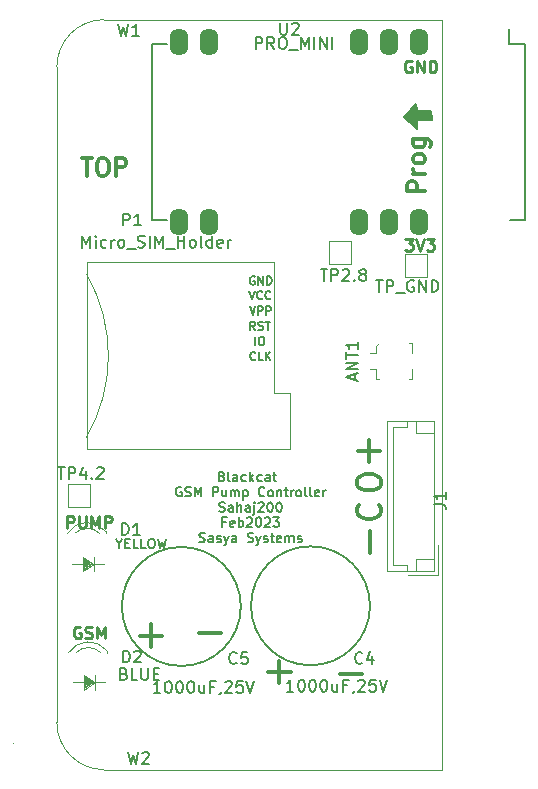
<source format=gbr>
G04 #@! TF.GenerationSoftware,KiCad,Pcbnew,(6.0.7)*
G04 #@! TF.CreationDate,2023-02-15T16:43:35+05:30*
G04 #@! TF.ProjectId,POWER CARD,504f5745-5220-4434-9152-442e6b696361,rev?*
G04 #@! TF.SameCoordinates,Original*
G04 #@! TF.FileFunction,Legend,Top*
G04 #@! TF.FilePolarity,Positive*
%FSLAX46Y46*%
G04 Gerber Fmt 4.6, Leading zero omitted, Abs format (unit mm)*
G04 Created by KiCad (PCBNEW (6.0.7)) date 2023-02-15 16:43:35*
%MOMM*%
%LPD*%
G01*
G04 APERTURE LIST*
%ADD10C,0.200000*%
G04 #@! TA.AperFunction,Profile*
%ADD11C,0.100000*%
G04 #@! TD*
%ADD12C,0.300000*%
%ADD13C,0.250000*%
%ADD14C,0.150000*%
%ADD15C,0.120000*%
%ADD16C,0.050000*%
%ADD17O,1.600000X2.300000*%
G04 APERTURE END LIST*
D10*
G36*
X116040100Y-72089098D02*
G01*
X117299723Y-72089098D01*
X117314037Y-72833420D01*
X116083042Y-72847734D01*
X116083042Y-73606370D01*
X115009501Y-72582926D01*
X114980873Y-72575770D01*
X115997159Y-71473601D01*
X116040100Y-72089098D01*
G37*
X116040100Y-72089098D02*
X117299723Y-72089098D01*
X117314037Y-72833420D01*
X116083042Y-72847734D01*
X116083042Y-73606370D01*
X115009501Y-72582926D01*
X114980873Y-72575770D01*
X115997159Y-71473601D01*
X116040100Y-72089098D01*
D11*
X85582966Y-123837734D02*
G75*
G03*
X89583042Y-127837734I4000034J34D01*
G01*
X85583042Y-68337734D02*
X85583042Y-123837734D01*
X118166574Y-127837734D02*
X118166574Y-64337734D01*
X89583042Y-127837734D02*
X118166574Y-127837734D01*
X118166574Y-64337734D02*
X89583042Y-64337734D01*
X89583042Y-64337732D02*
G75*
G03*
X85583042Y-68337734I-2J-3999998D01*
G01*
X81906894Y-125643083D02*
G75*
G03*
X81906894Y-125643083I-1J0D01*
G01*
D12*
X112827327Y-105398686D02*
X112922565Y-105493924D01*
X113017803Y-105779638D01*
X113017803Y-105970114D01*
X112922565Y-106255829D01*
X112732089Y-106446305D01*
X112541613Y-106541543D01*
X112160661Y-106636781D01*
X111874946Y-106636781D01*
X111493994Y-106541543D01*
X111303518Y-106446305D01*
X111113042Y-106255829D01*
X111017803Y-105970114D01*
X111017803Y-105779638D01*
X111113042Y-105493924D01*
X111208280Y-105398686D01*
D13*
X115621137Y-67847734D02*
X115525899Y-67800114D01*
X115383042Y-67800114D01*
X115240184Y-67847734D01*
X115144946Y-67942972D01*
X115097327Y-68038210D01*
X115049708Y-68228686D01*
X115049708Y-68371543D01*
X115097327Y-68562019D01*
X115144946Y-68657257D01*
X115240184Y-68752495D01*
X115383042Y-68800114D01*
X115478280Y-68800114D01*
X115621137Y-68752495D01*
X115668756Y-68704876D01*
X115668756Y-68371543D01*
X115478280Y-68371543D01*
X116097327Y-68800114D02*
X116097327Y-67800114D01*
X116668756Y-68800114D01*
X116668756Y-67800114D01*
X117144946Y-68800114D02*
X117144946Y-67800114D01*
X117383042Y-67800114D01*
X117525899Y-67847734D01*
X117621137Y-67942972D01*
X117668756Y-68038210D01*
X117716375Y-68228686D01*
X117716375Y-68371543D01*
X117668756Y-68562019D01*
X117621137Y-68657257D01*
X117525899Y-68752495D01*
X117383042Y-68800114D01*
X117144946Y-68800114D01*
D12*
X93569003Y-117441590D02*
X93569003Y-115536829D01*
X94521384Y-116489210D02*
X92616622Y-116489210D01*
X111452227Y-119775368D02*
X109547466Y-119775368D01*
D10*
X99563994Y-103004591D02*
X99678280Y-103042686D01*
X99716375Y-103080781D01*
X99754470Y-103156972D01*
X99754470Y-103271257D01*
X99716375Y-103347448D01*
X99678280Y-103385543D01*
X99602089Y-103423638D01*
X99297327Y-103423638D01*
X99297327Y-102623638D01*
X99563994Y-102623638D01*
X99640184Y-102661734D01*
X99678280Y-102699829D01*
X99716375Y-102776019D01*
X99716375Y-102852210D01*
X99678280Y-102928400D01*
X99640184Y-102966495D01*
X99563994Y-103004591D01*
X99297327Y-103004591D01*
X100211613Y-103423638D02*
X100135422Y-103385543D01*
X100097327Y-103309353D01*
X100097327Y-102623638D01*
X100859232Y-103423638D02*
X100859232Y-103004591D01*
X100821137Y-102928400D01*
X100744946Y-102890305D01*
X100592565Y-102890305D01*
X100516375Y-102928400D01*
X100859232Y-103385543D02*
X100783042Y-103423638D01*
X100592565Y-103423638D01*
X100516375Y-103385543D01*
X100478280Y-103309353D01*
X100478280Y-103233162D01*
X100516375Y-103156972D01*
X100592565Y-103118876D01*
X100783042Y-103118876D01*
X100859232Y-103080781D01*
X101583042Y-103385543D02*
X101506851Y-103423638D01*
X101354470Y-103423638D01*
X101278280Y-103385543D01*
X101240184Y-103347448D01*
X101202089Y-103271257D01*
X101202089Y-103042686D01*
X101240184Y-102966495D01*
X101278280Y-102928400D01*
X101354470Y-102890305D01*
X101506851Y-102890305D01*
X101583042Y-102928400D01*
X101925899Y-103423638D02*
X101925899Y-102623638D01*
X102002089Y-103118876D02*
X102230661Y-103423638D01*
X102230661Y-102890305D02*
X101925899Y-103195067D01*
X102916375Y-103385543D02*
X102840184Y-103423638D01*
X102687803Y-103423638D01*
X102611613Y-103385543D01*
X102573518Y-103347448D01*
X102535422Y-103271257D01*
X102535422Y-103042686D01*
X102573518Y-102966495D01*
X102611613Y-102928400D01*
X102687803Y-102890305D01*
X102840184Y-102890305D01*
X102916375Y-102928400D01*
X103602089Y-103423638D02*
X103602089Y-103004591D01*
X103563994Y-102928400D01*
X103487803Y-102890305D01*
X103335422Y-102890305D01*
X103259232Y-102928400D01*
X103602089Y-103385543D02*
X103525899Y-103423638D01*
X103335422Y-103423638D01*
X103259232Y-103385543D01*
X103221137Y-103309353D01*
X103221137Y-103233162D01*
X103259232Y-103156972D01*
X103335422Y-103118876D01*
X103525899Y-103118876D01*
X103602089Y-103080781D01*
X103868756Y-102890305D02*
X104173518Y-102890305D01*
X103983042Y-102623638D02*
X103983042Y-103309353D01*
X104021137Y-103385543D01*
X104097327Y-103423638D01*
X104173518Y-103423638D01*
X96116375Y-103949734D02*
X96040184Y-103911638D01*
X95925899Y-103911638D01*
X95811613Y-103949734D01*
X95735422Y-104025924D01*
X95697327Y-104102114D01*
X95659232Y-104254495D01*
X95659232Y-104368781D01*
X95697327Y-104521162D01*
X95735422Y-104597353D01*
X95811613Y-104673543D01*
X95925899Y-104711638D01*
X96002089Y-104711638D01*
X96116375Y-104673543D01*
X96154470Y-104635448D01*
X96154470Y-104368781D01*
X96002089Y-104368781D01*
X96459232Y-104673543D02*
X96573518Y-104711638D01*
X96763994Y-104711638D01*
X96840184Y-104673543D01*
X96878280Y-104635448D01*
X96916375Y-104559257D01*
X96916375Y-104483067D01*
X96878280Y-104406876D01*
X96840184Y-104368781D01*
X96763994Y-104330686D01*
X96611613Y-104292591D01*
X96535422Y-104254495D01*
X96497327Y-104216400D01*
X96459232Y-104140210D01*
X96459232Y-104064019D01*
X96497327Y-103987829D01*
X96535422Y-103949734D01*
X96611613Y-103911638D01*
X96802089Y-103911638D01*
X96916375Y-103949734D01*
X97259232Y-104711638D02*
X97259232Y-103911638D01*
X97525899Y-104483067D01*
X97792565Y-103911638D01*
X97792565Y-104711638D01*
X98783042Y-104711638D02*
X98783042Y-103911638D01*
X99087803Y-103911638D01*
X99163994Y-103949734D01*
X99202089Y-103987829D01*
X99240184Y-104064019D01*
X99240184Y-104178305D01*
X99202089Y-104254495D01*
X99163994Y-104292591D01*
X99087803Y-104330686D01*
X98783042Y-104330686D01*
X99925899Y-104178305D02*
X99925899Y-104711638D01*
X99583042Y-104178305D02*
X99583042Y-104597353D01*
X99621137Y-104673543D01*
X99697327Y-104711638D01*
X99811613Y-104711638D01*
X99887803Y-104673543D01*
X99925899Y-104635448D01*
X100306851Y-104711638D02*
X100306851Y-104178305D01*
X100306851Y-104254495D02*
X100344946Y-104216400D01*
X100421137Y-104178305D01*
X100535422Y-104178305D01*
X100611613Y-104216400D01*
X100649708Y-104292591D01*
X100649708Y-104711638D01*
X100649708Y-104292591D02*
X100687803Y-104216400D01*
X100763994Y-104178305D01*
X100878280Y-104178305D01*
X100954470Y-104216400D01*
X100992565Y-104292591D01*
X100992565Y-104711638D01*
X101373518Y-104178305D02*
X101373518Y-104978305D01*
X101373518Y-104216400D02*
X101449708Y-104178305D01*
X101602089Y-104178305D01*
X101678280Y-104216400D01*
X101716375Y-104254495D01*
X101754470Y-104330686D01*
X101754470Y-104559257D01*
X101716375Y-104635448D01*
X101678280Y-104673543D01*
X101602089Y-104711638D01*
X101449708Y-104711638D01*
X101373518Y-104673543D01*
X103163994Y-104635448D02*
X103125899Y-104673543D01*
X103011613Y-104711638D01*
X102935422Y-104711638D01*
X102821137Y-104673543D01*
X102744946Y-104597353D01*
X102706851Y-104521162D01*
X102668756Y-104368781D01*
X102668756Y-104254495D01*
X102706851Y-104102114D01*
X102744946Y-104025924D01*
X102821137Y-103949734D01*
X102935422Y-103911638D01*
X103011613Y-103911638D01*
X103125899Y-103949734D01*
X103163994Y-103987829D01*
X103621137Y-104711638D02*
X103544946Y-104673543D01*
X103506851Y-104635448D01*
X103468756Y-104559257D01*
X103468756Y-104330686D01*
X103506851Y-104254495D01*
X103544946Y-104216400D01*
X103621137Y-104178305D01*
X103735422Y-104178305D01*
X103811613Y-104216400D01*
X103849708Y-104254495D01*
X103887803Y-104330686D01*
X103887803Y-104559257D01*
X103849708Y-104635448D01*
X103811613Y-104673543D01*
X103735422Y-104711638D01*
X103621137Y-104711638D01*
X104230661Y-104178305D02*
X104230661Y-104711638D01*
X104230661Y-104254495D02*
X104268756Y-104216400D01*
X104344946Y-104178305D01*
X104459232Y-104178305D01*
X104535422Y-104216400D01*
X104573518Y-104292591D01*
X104573518Y-104711638D01*
X104840184Y-104178305D02*
X105144946Y-104178305D01*
X104954470Y-103911638D02*
X104954470Y-104597353D01*
X104992565Y-104673543D01*
X105068756Y-104711638D01*
X105144946Y-104711638D01*
X105411613Y-104711638D02*
X105411613Y-104178305D01*
X105411613Y-104330686D02*
X105449708Y-104254495D01*
X105487803Y-104216400D01*
X105563994Y-104178305D01*
X105640184Y-104178305D01*
X106021137Y-104711638D02*
X105944946Y-104673543D01*
X105906851Y-104635448D01*
X105868756Y-104559257D01*
X105868756Y-104330686D01*
X105906851Y-104254495D01*
X105944946Y-104216400D01*
X106021137Y-104178305D01*
X106135422Y-104178305D01*
X106211613Y-104216400D01*
X106249708Y-104254495D01*
X106287803Y-104330686D01*
X106287803Y-104559257D01*
X106249708Y-104635448D01*
X106211613Y-104673543D01*
X106135422Y-104711638D01*
X106021137Y-104711638D01*
X106744946Y-104711638D02*
X106668756Y-104673543D01*
X106630661Y-104597353D01*
X106630661Y-103911638D01*
X107163994Y-104711638D02*
X107087803Y-104673543D01*
X107049708Y-104597353D01*
X107049708Y-103911638D01*
X107773518Y-104673543D02*
X107697327Y-104711638D01*
X107544946Y-104711638D01*
X107468756Y-104673543D01*
X107430661Y-104597353D01*
X107430661Y-104292591D01*
X107468756Y-104216400D01*
X107544946Y-104178305D01*
X107697327Y-104178305D01*
X107773518Y-104216400D01*
X107811613Y-104292591D01*
X107811613Y-104368781D01*
X107430661Y-104444972D01*
X108154470Y-104711638D02*
X108154470Y-104178305D01*
X108154470Y-104330686D02*
X108192565Y-104254495D01*
X108230661Y-104216400D01*
X108306851Y-104178305D01*
X108383042Y-104178305D01*
X99335422Y-105961543D02*
X99449708Y-105999638D01*
X99640184Y-105999638D01*
X99716375Y-105961543D01*
X99754470Y-105923448D01*
X99792565Y-105847257D01*
X99792565Y-105771067D01*
X99754470Y-105694876D01*
X99716375Y-105656781D01*
X99640184Y-105618686D01*
X99487803Y-105580591D01*
X99411613Y-105542495D01*
X99373518Y-105504400D01*
X99335422Y-105428210D01*
X99335422Y-105352019D01*
X99373518Y-105275829D01*
X99411613Y-105237734D01*
X99487803Y-105199638D01*
X99678280Y-105199638D01*
X99792565Y-105237734D01*
X100478280Y-105999638D02*
X100478280Y-105580591D01*
X100440184Y-105504400D01*
X100363994Y-105466305D01*
X100211613Y-105466305D01*
X100135422Y-105504400D01*
X100478280Y-105961543D02*
X100402089Y-105999638D01*
X100211613Y-105999638D01*
X100135422Y-105961543D01*
X100097327Y-105885353D01*
X100097327Y-105809162D01*
X100135422Y-105732972D01*
X100211613Y-105694876D01*
X100402089Y-105694876D01*
X100478280Y-105656781D01*
X100859232Y-105999638D02*
X100859232Y-105199638D01*
X101202089Y-105999638D02*
X101202089Y-105580591D01*
X101163994Y-105504400D01*
X101087803Y-105466305D01*
X100973518Y-105466305D01*
X100897327Y-105504400D01*
X100859232Y-105542495D01*
X101925899Y-105999638D02*
X101925899Y-105580591D01*
X101887803Y-105504400D01*
X101811613Y-105466305D01*
X101659232Y-105466305D01*
X101583042Y-105504400D01*
X101925899Y-105961543D02*
X101849708Y-105999638D01*
X101659232Y-105999638D01*
X101583042Y-105961543D01*
X101544946Y-105885353D01*
X101544946Y-105809162D01*
X101583042Y-105732972D01*
X101659232Y-105694876D01*
X101849708Y-105694876D01*
X101925899Y-105656781D01*
X102306851Y-105466305D02*
X102306851Y-106152019D01*
X102268756Y-106228210D01*
X102192565Y-106266305D01*
X102154470Y-106266305D01*
X102306851Y-105199638D02*
X102268756Y-105237734D01*
X102306851Y-105275829D01*
X102344946Y-105237734D01*
X102306851Y-105199638D01*
X102306851Y-105275829D01*
X102649708Y-105275829D02*
X102687803Y-105237734D01*
X102763994Y-105199638D01*
X102954470Y-105199638D01*
X103030661Y-105237734D01*
X103068756Y-105275829D01*
X103106851Y-105352019D01*
X103106851Y-105428210D01*
X103068756Y-105542495D01*
X102611613Y-105999638D01*
X103106851Y-105999638D01*
X103602089Y-105199638D02*
X103678280Y-105199638D01*
X103754470Y-105237734D01*
X103792565Y-105275829D01*
X103830661Y-105352019D01*
X103868756Y-105504400D01*
X103868756Y-105694876D01*
X103830661Y-105847257D01*
X103792565Y-105923448D01*
X103754470Y-105961543D01*
X103678280Y-105999638D01*
X103602089Y-105999638D01*
X103525899Y-105961543D01*
X103487803Y-105923448D01*
X103449708Y-105847257D01*
X103411613Y-105694876D01*
X103411613Y-105504400D01*
X103449708Y-105352019D01*
X103487803Y-105275829D01*
X103525899Y-105237734D01*
X103602089Y-105199638D01*
X104363994Y-105199638D02*
X104440184Y-105199638D01*
X104516375Y-105237734D01*
X104554470Y-105275829D01*
X104592565Y-105352019D01*
X104630661Y-105504400D01*
X104630661Y-105694876D01*
X104592565Y-105847257D01*
X104554470Y-105923448D01*
X104516375Y-105961543D01*
X104440184Y-105999638D01*
X104363994Y-105999638D01*
X104287803Y-105961543D01*
X104249708Y-105923448D01*
X104211613Y-105847257D01*
X104173518Y-105694876D01*
X104173518Y-105504400D01*
X104211613Y-105352019D01*
X104249708Y-105275829D01*
X104287803Y-105237734D01*
X104363994Y-105199638D01*
X99868756Y-106868591D02*
X99602089Y-106868591D01*
X99602089Y-107287638D02*
X99602089Y-106487638D01*
X99983042Y-106487638D01*
X100592565Y-107249543D02*
X100516375Y-107287638D01*
X100363994Y-107287638D01*
X100287803Y-107249543D01*
X100249708Y-107173353D01*
X100249708Y-106868591D01*
X100287803Y-106792400D01*
X100363994Y-106754305D01*
X100516375Y-106754305D01*
X100592565Y-106792400D01*
X100630661Y-106868591D01*
X100630661Y-106944781D01*
X100249708Y-107020972D01*
X100973518Y-107287638D02*
X100973518Y-106487638D01*
X100973518Y-106792400D02*
X101049708Y-106754305D01*
X101202089Y-106754305D01*
X101278280Y-106792400D01*
X101316375Y-106830495D01*
X101354470Y-106906686D01*
X101354470Y-107135257D01*
X101316375Y-107211448D01*
X101278280Y-107249543D01*
X101202089Y-107287638D01*
X101049708Y-107287638D01*
X100973518Y-107249543D01*
X101659232Y-106563829D02*
X101697327Y-106525734D01*
X101773518Y-106487638D01*
X101963994Y-106487638D01*
X102040184Y-106525734D01*
X102078280Y-106563829D01*
X102116375Y-106640019D01*
X102116375Y-106716210D01*
X102078280Y-106830495D01*
X101621137Y-107287638D01*
X102116375Y-107287638D01*
X102611613Y-106487638D02*
X102687803Y-106487638D01*
X102763994Y-106525734D01*
X102802089Y-106563829D01*
X102840184Y-106640019D01*
X102878280Y-106792400D01*
X102878280Y-106982876D01*
X102840184Y-107135257D01*
X102802089Y-107211448D01*
X102763994Y-107249543D01*
X102687803Y-107287638D01*
X102611613Y-107287638D01*
X102535422Y-107249543D01*
X102497327Y-107211448D01*
X102459232Y-107135257D01*
X102421137Y-106982876D01*
X102421137Y-106792400D01*
X102459232Y-106640019D01*
X102497327Y-106563829D01*
X102535422Y-106525734D01*
X102611613Y-106487638D01*
X103183042Y-106563829D02*
X103221137Y-106525734D01*
X103297327Y-106487638D01*
X103487803Y-106487638D01*
X103563994Y-106525734D01*
X103602089Y-106563829D01*
X103640184Y-106640019D01*
X103640184Y-106716210D01*
X103602089Y-106830495D01*
X103144946Y-107287638D01*
X103640184Y-107287638D01*
X103906851Y-106487638D02*
X104402089Y-106487638D01*
X104135422Y-106792400D01*
X104249708Y-106792400D01*
X104325899Y-106830495D01*
X104363994Y-106868591D01*
X104402089Y-106944781D01*
X104402089Y-107135257D01*
X104363994Y-107211448D01*
X104325899Y-107249543D01*
X104249708Y-107287638D01*
X104021137Y-107287638D01*
X103944946Y-107249543D01*
X103906851Y-107211448D01*
X97659232Y-108537543D02*
X97773518Y-108575638D01*
X97963994Y-108575638D01*
X98040184Y-108537543D01*
X98078280Y-108499448D01*
X98116375Y-108423257D01*
X98116375Y-108347067D01*
X98078280Y-108270876D01*
X98040184Y-108232781D01*
X97963994Y-108194686D01*
X97811613Y-108156591D01*
X97735422Y-108118495D01*
X97697327Y-108080400D01*
X97659232Y-108004210D01*
X97659232Y-107928019D01*
X97697327Y-107851829D01*
X97735422Y-107813734D01*
X97811613Y-107775638D01*
X98002089Y-107775638D01*
X98116375Y-107813734D01*
X98802089Y-108575638D02*
X98802089Y-108156591D01*
X98763994Y-108080400D01*
X98687803Y-108042305D01*
X98535422Y-108042305D01*
X98459232Y-108080400D01*
X98802089Y-108537543D02*
X98725899Y-108575638D01*
X98535422Y-108575638D01*
X98459232Y-108537543D01*
X98421137Y-108461353D01*
X98421137Y-108385162D01*
X98459232Y-108308972D01*
X98535422Y-108270876D01*
X98725899Y-108270876D01*
X98802089Y-108232781D01*
X99144946Y-108537543D02*
X99221137Y-108575638D01*
X99373518Y-108575638D01*
X99449708Y-108537543D01*
X99487803Y-108461353D01*
X99487803Y-108423257D01*
X99449708Y-108347067D01*
X99373518Y-108308972D01*
X99259232Y-108308972D01*
X99183042Y-108270876D01*
X99144946Y-108194686D01*
X99144946Y-108156591D01*
X99183042Y-108080400D01*
X99259232Y-108042305D01*
X99373518Y-108042305D01*
X99449708Y-108080400D01*
X99754470Y-108042305D02*
X99944946Y-108575638D01*
X100135422Y-108042305D02*
X99944946Y-108575638D01*
X99868756Y-108766114D01*
X99830661Y-108804210D01*
X99754470Y-108842305D01*
X100783042Y-108575638D02*
X100783042Y-108156591D01*
X100744946Y-108080400D01*
X100668756Y-108042305D01*
X100516375Y-108042305D01*
X100440184Y-108080400D01*
X100783042Y-108537543D02*
X100706851Y-108575638D01*
X100516375Y-108575638D01*
X100440184Y-108537543D01*
X100402089Y-108461353D01*
X100402089Y-108385162D01*
X100440184Y-108308972D01*
X100516375Y-108270876D01*
X100706851Y-108270876D01*
X100783042Y-108232781D01*
X101735422Y-108537543D02*
X101849708Y-108575638D01*
X102040184Y-108575638D01*
X102116375Y-108537543D01*
X102154470Y-108499448D01*
X102192565Y-108423257D01*
X102192565Y-108347067D01*
X102154470Y-108270876D01*
X102116375Y-108232781D01*
X102040184Y-108194686D01*
X101887803Y-108156591D01*
X101811613Y-108118495D01*
X101773518Y-108080400D01*
X101735422Y-108004210D01*
X101735422Y-107928019D01*
X101773518Y-107851829D01*
X101811613Y-107813734D01*
X101887803Y-107775638D01*
X102078280Y-107775638D01*
X102192565Y-107813734D01*
X102459232Y-108042305D02*
X102649708Y-108575638D01*
X102840184Y-108042305D02*
X102649708Y-108575638D01*
X102573518Y-108766114D01*
X102535422Y-108804210D01*
X102459232Y-108842305D01*
X103106851Y-108537543D02*
X103183042Y-108575638D01*
X103335422Y-108575638D01*
X103411613Y-108537543D01*
X103449708Y-108461353D01*
X103449708Y-108423257D01*
X103411613Y-108347067D01*
X103335422Y-108308972D01*
X103221137Y-108308972D01*
X103144946Y-108270876D01*
X103106851Y-108194686D01*
X103106851Y-108156591D01*
X103144946Y-108080400D01*
X103221137Y-108042305D01*
X103335422Y-108042305D01*
X103411613Y-108080400D01*
X103678280Y-108042305D02*
X103983042Y-108042305D01*
X103792565Y-107775638D02*
X103792565Y-108461353D01*
X103830661Y-108537543D01*
X103906851Y-108575638D01*
X103983042Y-108575638D01*
X104554470Y-108537543D02*
X104478280Y-108575638D01*
X104325899Y-108575638D01*
X104249708Y-108537543D01*
X104211613Y-108461353D01*
X104211613Y-108156591D01*
X104249708Y-108080400D01*
X104325899Y-108042305D01*
X104478280Y-108042305D01*
X104554470Y-108080400D01*
X104592565Y-108156591D01*
X104592565Y-108232781D01*
X104211613Y-108308972D01*
X104935422Y-108575638D02*
X104935422Y-108042305D01*
X104935422Y-108118495D02*
X104973518Y-108080400D01*
X105049708Y-108042305D01*
X105163994Y-108042305D01*
X105240184Y-108080400D01*
X105278280Y-108156591D01*
X105278280Y-108575638D01*
X105278280Y-108156591D02*
X105316375Y-108080400D01*
X105392565Y-108042305D01*
X105506851Y-108042305D01*
X105583042Y-108080400D01*
X105621137Y-108156591D01*
X105621137Y-108575638D01*
X105963994Y-108537543D02*
X106040184Y-108575638D01*
X106192565Y-108575638D01*
X106268756Y-108537543D01*
X106306851Y-108461353D01*
X106306851Y-108423257D01*
X106268756Y-108347067D01*
X106192565Y-108308972D01*
X106078280Y-108308972D01*
X106002089Y-108270876D01*
X105963994Y-108194686D01*
X105963994Y-108156591D01*
X106002089Y-108080400D01*
X106078280Y-108042305D01*
X106192565Y-108042305D01*
X106268756Y-108080400D01*
D12*
X104428606Y-120507396D02*
X104428606Y-118602635D01*
X105380987Y-119555016D02*
X103476225Y-119555016D01*
X111017803Y-103698210D02*
X111017803Y-103317257D01*
X111113042Y-103126781D01*
X111303518Y-102936305D01*
X111684470Y-102841067D01*
X112351137Y-102841067D01*
X112732089Y-102936305D01*
X112922565Y-103126781D01*
X113017803Y-103317257D01*
X113017803Y-103698210D01*
X112922565Y-103888686D01*
X112732089Y-104079162D01*
X112351137Y-104174400D01*
X111684470Y-104174400D01*
X111303518Y-104079162D01*
X111113042Y-103888686D01*
X111017803Y-103698210D01*
X112071613Y-109520114D02*
X112071613Y-107615353D01*
D13*
X86455765Y-107374106D02*
X86455765Y-106374106D01*
X86836717Y-106374106D01*
X86931955Y-106421726D01*
X86979574Y-106469345D01*
X87027193Y-106564583D01*
X87027193Y-106707440D01*
X86979574Y-106802678D01*
X86931955Y-106850297D01*
X86836717Y-106897916D01*
X86455765Y-106897916D01*
X87455765Y-106374106D02*
X87455765Y-107183630D01*
X87503384Y-107278868D01*
X87551003Y-107326487D01*
X87646241Y-107374106D01*
X87836717Y-107374106D01*
X87931955Y-107326487D01*
X87979574Y-107278868D01*
X88027193Y-107183630D01*
X88027193Y-106374106D01*
X88503384Y-107374106D02*
X88503384Y-106374106D01*
X88836717Y-107088392D01*
X89170050Y-106374106D01*
X89170050Y-107374106D01*
X89646241Y-107374106D02*
X89646241Y-106374106D01*
X90027193Y-106374106D01*
X90122431Y-106421726D01*
X90170050Y-106469345D01*
X90217669Y-106564583D01*
X90217669Y-106707440D01*
X90170050Y-106802678D01*
X90122431Y-106850297D01*
X90027193Y-106897916D01*
X89646241Y-106897916D01*
D12*
X116761613Y-78872019D02*
X115261613Y-78872019D01*
X115261613Y-78300591D01*
X115333042Y-78157734D01*
X115404470Y-78086305D01*
X115547327Y-78014876D01*
X115761613Y-78014876D01*
X115904470Y-78086305D01*
X115975899Y-78157734D01*
X116047327Y-78300591D01*
X116047327Y-78872019D01*
X116761613Y-77372019D02*
X115761613Y-77372019D01*
X116047327Y-77372019D02*
X115904470Y-77300591D01*
X115833042Y-77229162D01*
X115761613Y-77086305D01*
X115761613Y-76943448D01*
X116761613Y-76229162D02*
X116690184Y-76372019D01*
X116618756Y-76443448D01*
X116475899Y-76514876D01*
X116047327Y-76514876D01*
X115904470Y-76443448D01*
X115833042Y-76372019D01*
X115761613Y-76229162D01*
X115761613Y-76014876D01*
X115833042Y-75872019D01*
X115904470Y-75800591D01*
X116047327Y-75729162D01*
X116475899Y-75729162D01*
X116618756Y-75800591D01*
X116690184Y-75872019D01*
X116761613Y-76014876D01*
X116761613Y-76229162D01*
X115761613Y-74443448D02*
X116975899Y-74443448D01*
X117118756Y-74514876D01*
X117190184Y-74586305D01*
X117261613Y-74729162D01*
X117261613Y-74943448D01*
X117190184Y-75086305D01*
X116690184Y-74443448D02*
X116761613Y-74586305D01*
X116761613Y-74872019D01*
X116690184Y-75014876D01*
X116618756Y-75086305D01*
X116475899Y-75157734D01*
X116047327Y-75157734D01*
X115904470Y-75086305D01*
X115833042Y-75014876D01*
X115761613Y-74872019D01*
X115761613Y-74586305D01*
X115833042Y-74443448D01*
X111991613Y-101820114D02*
X111991613Y-99915353D01*
X112943994Y-100867734D02*
X111039232Y-100867734D01*
D13*
X115084946Y-82900114D02*
X115703994Y-82900114D01*
X115370661Y-83281067D01*
X115513518Y-83281067D01*
X115608756Y-83328686D01*
X115656375Y-83376305D01*
X115703994Y-83471543D01*
X115703994Y-83709638D01*
X115656375Y-83804876D01*
X115608756Y-83852495D01*
X115513518Y-83900114D01*
X115227803Y-83900114D01*
X115132565Y-83852495D01*
X115084946Y-83804876D01*
X115989708Y-82900114D02*
X116323042Y-83900114D01*
X116656375Y-82900114D01*
X116894470Y-82900114D02*
X117513518Y-82900114D01*
X117180184Y-83281067D01*
X117323042Y-83281067D01*
X117418280Y-83328686D01*
X117465899Y-83376305D01*
X117513518Y-83471543D01*
X117513518Y-83709638D01*
X117465899Y-83804876D01*
X117418280Y-83852495D01*
X117323042Y-83900114D01*
X117037327Y-83900114D01*
X116942089Y-83852495D01*
X116894470Y-83804876D01*
D12*
X99514052Y-116310638D02*
X97609291Y-116310638D01*
D13*
X87567327Y-115767734D02*
X87472089Y-115720114D01*
X87329232Y-115720114D01*
X87186375Y-115767734D01*
X87091137Y-115862972D01*
X87043518Y-115958210D01*
X86995899Y-116148686D01*
X86995899Y-116291543D01*
X87043518Y-116482019D01*
X87091137Y-116577257D01*
X87186375Y-116672495D01*
X87329232Y-116720114D01*
X87424470Y-116720114D01*
X87567327Y-116672495D01*
X87614946Y-116624876D01*
X87614946Y-116291543D01*
X87424470Y-116291543D01*
X87995899Y-116672495D02*
X88138756Y-116720114D01*
X88376851Y-116720114D01*
X88472089Y-116672495D01*
X88519708Y-116624876D01*
X88567327Y-116529638D01*
X88567327Y-116434400D01*
X88519708Y-116339162D01*
X88472089Y-116291543D01*
X88376851Y-116243924D01*
X88186375Y-116196305D01*
X88091137Y-116148686D01*
X88043518Y-116101067D01*
X87995899Y-116005829D01*
X87995899Y-115910591D01*
X88043518Y-115815353D01*
X88091137Y-115767734D01*
X88186375Y-115720114D01*
X88424470Y-115720114D01*
X88567327Y-115767734D01*
X88995899Y-116720114D02*
X88995899Y-115720114D01*
X89329232Y-116434400D01*
X89662565Y-115720114D01*
X89662565Y-116720114D01*
D12*
X87678756Y-76056305D02*
X88535899Y-76056305D01*
X88107327Y-77556305D02*
X88107327Y-76056305D01*
X89321613Y-76056305D02*
X89607327Y-76056305D01*
X89750184Y-76127734D01*
X89893042Y-76270591D01*
X89964470Y-76556305D01*
X89964470Y-77056305D01*
X89893042Y-77342019D01*
X89750184Y-77484876D01*
X89607327Y-77556305D01*
X89321613Y-77556305D01*
X89178756Y-77484876D01*
X89035899Y-77342019D01*
X88964470Y-77056305D01*
X88964470Y-76556305D01*
X89035899Y-76270591D01*
X89178756Y-76127734D01*
X89321613Y-76056305D01*
X90607327Y-77556305D02*
X90607327Y-76056305D01*
X91178756Y-76056305D01*
X91321613Y-76127734D01*
X91393042Y-76199162D01*
X91464470Y-76342019D01*
X91464470Y-76556305D01*
X91393042Y-76699162D01*
X91321613Y-76770591D01*
X91178756Y-76842019D01*
X90607327Y-76842019D01*
D14*
X100798112Y-118790164D02*
X100750493Y-118837783D01*
X100607636Y-118885402D01*
X100512398Y-118885402D01*
X100369540Y-118837783D01*
X100274302Y-118742545D01*
X100226683Y-118647307D01*
X100179064Y-118456831D01*
X100179064Y-118313974D01*
X100226683Y-118123498D01*
X100274302Y-118028260D01*
X100369540Y-117933022D01*
X100512398Y-117885402D01*
X100607636Y-117885402D01*
X100750493Y-117933022D01*
X100798112Y-117980641D01*
X101702874Y-117885402D02*
X101226683Y-117885402D01*
X101179064Y-118361593D01*
X101226683Y-118313974D01*
X101321921Y-118266355D01*
X101560017Y-118266355D01*
X101655255Y-118313974D01*
X101702874Y-118361593D01*
X101750493Y-118456831D01*
X101750493Y-118694926D01*
X101702874Y-118790164D01*
X101655255Y-118837783D01*
X101560017Y-118885402D01*
X101321921Y-118885402D01*
X101226683Y-118837783D01*
X101179064Y-118790164D01*
X94350184Y-121330114D02*
X93778756Y-121330114D01*
X94064470Y-121330114D02*
X94064470Y-120330114D01*
X93969232Y-120472972D01*
X93873994Y-120568210D01*
X93778756Y-120615829D01*
X94969232Y-120330114D02*
X95064470Y-120330114D01*
X95159708Y-120377734D01*
X95207327Y-120425353D01*
X95254946Y-120520591D01*
X95302565Y-120711067D01*
X95302565Y-120949162D01*
X95254946Y-121139638D01*
X95207327Y-121234876D01*
X95159708Y-121282495D01*
X95064470Y-121330114D01*
X94969232Y-121330114D01*
X94873994Y-121282495D01*
X94826375Y-121234876D01*
X94778756Y-121139638D01*
X94731137Y-120949162D01*
X94731137Y-120711067D01*
X94778756Y-120520591D01*
X94826375Y-120425353D01*
X94873994Y-120377734D01*
X94969232Y-120330114D01*
X95921613Y-120330114D02*
X96016851Y-120330114D01*
X96112089Y-120377734D01*
X96159708Y-120425353D01*
X96207327Y-120520591D01*
X96254946Y-120711067D01*
X96254946Y-120949162D01*
X96207327Y-121139638D01*
X96159708Y-121234876D01*
X96112089Y-121282495D01*
X96016851Y-121330114D01*
X95921613Y-121330114D01*
X95826375Y-121282495D01*
X95778756Y-121234876D01*
X95731137Y-121139638D01*
X95683518Y-120949162D01*
X95683518Y-120711067D01*
X95731137Y-120520591D01*
X95778756Y-120425353D01*
X95826375Y-120377734D01*
X95921613Y-120330114D01*
X96873994Y-120330114D02*
X96969232Y-120330114D01*
X97064470Y-120377734D01*
X97112089Y-120425353D01*
X97159708Y-120520591D01*
X97207327Y-120711067D01*
X97207327Y-120949162D01*
X97159708Y-121139638D01*
X97112089Y-121234876D01*
X97064470Y-121282495D01*
X96969232Y-121330114D01*
X96873994Y-121330114D01*
X96778756Y-121282495D01*
X96731137Y-121234876D01*
X96683518Y-121139638D01*
X96635899Y-120949162D01*
X96635899Y-120711067D01*
X96683518Y-120520591D01*
X96731137Y-120425353D01*
X96778756Y-120377734D01*
X96873994Y-120330114D01*
X98064470Y-120663448D02*
X98064470Y-121330114D01*
X97635899Y-120663448D02*
X97635899Y-121187257D01*
X97683518Y-121282495D01*
X97778756Y-121330114D01*
X97921613Y-121330114D01*
X98016851Y-121282495D01*
X98064470Y-121234876D01*
X98873994Y-120806305D02*
X98540661Y-120806305D01*
X98540661Y-121330114D02*
X98540661Y-120330114D01*
X99016851Y-120330114D01*
X99445422Y-121282495D02*
X99445422Y-121330114D01*
X99397803Y-121425353D01*
X99350184Y-121472972D01*
X99826375Y-120425353D02*
X99873994Y-120377734D01*
X99969232Y-120330114D01*
X100207327Y-120330114D01*
X100302565Y-120377734D01*
X100350184Y-120425353D01*
X100397803Y-120520591D01*
X100397803Y-120615829D01*
X100350184Y-120758686D01*
X99778756Y-121330114D01*
X100397803Y-121330114D01*
X101302565Y-120330114D02*
X100826375Y-120330114D01*
X100778756Y-120806305D01*
X100826375Y-120758686D01*
X100921613Y-120711067D01*
X101159708Y-120711067D01*
X101254946Y-120758686D01*
X101302565Y-120806305D01*
X101350184Y-120901543D01*
X101350184Y-121139638D01*
X101302565Y-121234876D01*
X101254946Y-121282495D01*
X101159708Y-121330114D01*
X100921613Y-121330114D01*
X100826375Y-121282495D01*
X100778756Y-121234876D01*
X101635899Y-120330114D02*
X101969232Y-121330114D01*
X102302565Y-120330114D01*
X91204946Y-81760114D02*
X91204946Y-80760114D01*
X91585899Y-80760114D01*
X91681137Y-80807734D01*
X91728756Y-80855353D01*
X91776375Y-80950591D01*
X91776375Y-81093448D01*
X91728756Y-81188686D01*
X91681137Y-81236305D01*
X91585899Y-81283924D01*
X91204946Y-81283924D01*
X92728756Y-81760114D02*
X92157327Y-81760114D01*
X92443042Y-81760114D02*
X92443042Y-80760114D01*
X92347803Y-80902972D01*
X92252565Y-80998210D01*
X92157327Y-81045829D01*
X87724946Y-83640114D02*
X87724946Y-82640114D01*
X88058280Y-83354400D01*
X88391613Y-82640114D01*
X88391613Y-83640114D01*
X88867803Y-83640114D02*
X88867803Y-82973448D01*
X88867803Y-82640114D02*
X88820184Y-82687734D01*
X88867803Y-82735353D01*
X88915422Y-82687734D01*
X88867803Y-82640114D01*
X88867803Y-82735353D01*
X89772565Y-83592495D02*
X89677327Y-83640114D01*
X89486851Y-83640114D01*
X89391613Y-83592495D01*
X89343994Y-83544876D01*
X89296375Y-83449638D01*
X89296375Y-83163924D01*
X89343994Y-83068686D01*
X89391613Y-83021067D01*
X89486851Y-82973448D01*
X89677327Y-82973448D01*
X89772565Y-83021067D01*
X90201137Y-83640114D02*
X90201137Y-82973448D01*
X90201137Y-83163924D02*
X90248756Y-83068686D01*
X90296375Y-83021067D01*
X90391613Y-82973448D01*
X90486851Y-82973448D01*
X90963042Y-83640114D02*
X90867803Y-83592495D01*
X90820184Y-83544876D01*
X90772565Y-83449638D01*
X90772565Y-83163924D01*
X90820184Y-83068686D01*
X90867803Y-83021067D01*
X90963042Y-82973448D01*
X91105899Y-82973448D01*
X91201137Y-83021067D01*
X91248756Y-83068686D01*
X91296375Y-83163924D01*
X91296375Y-83449638D01*
X91248756Y-83544876D01*
X91201137Y-83592495D01*
X91105899Y-83640114D01*
X90963042Y-83640114D01*
X91486851Y-83735353D02*
X92248756Y-83735353D01*
X92439232Y-83592495D02*
X92582089Y-83640114D01*
X92820184Y-83640114D01*
X92915422Y-83592495D01*
X92963042Y-83544876D01*
X93010661Y-83449638D01*
X93010661Y-83354400D01*
X92963042Y-83259162D01*
X92915422Y-83211543D01*
X92820184Y-83163924D01*
X92629708Y-83116305D01*
X92534470Y-83068686D01*
X92486851Y-83021067D01*
X92439232Y-82925829D01*
X92439232Y-82830591D01*
X92486851Y-82735353D01*
X92534470Y-82687734D01*
X92629708Y-82640114D01*
X92867803Y-82640114D01*
X93010661Y-82687734D01*
X93439232Y-83640114D02*
X93439232Y-82640114D01*
X93915422Y-83640114D02*
X93915422Y-82640114D01*
X94248756Y-83354400D01*
X94582089Y-82640114D01*
X94582089Y-83640114D01*
X94820184Y-83735353D02*
X95582089Y-83735353D01*
X95820184Y-83640114D02*
X95820184Y-82640114D01*
X95820184Y-83116305D02*
X96391613Y-83116305D01*
X96391613Y-83640114D02*
X96391613Y-82640114D01*
X97010661Y-83640114D02*
X96915422Y-83592495D01*
X96867803Y-83544876D01*
X96820184Y-83449638D01*
X96820184Y-83163924D01*
X96867803Y-83068686D01*
X96915422Y-83021067D01*
X97010661Y-82973448D01*
X97153518Y-82973448D01*
X97248756Y-83021067D01*
X97296375Y-83068686D01*
X97343994Y-83163924D01*
X97343994Y-83449638D01*
X97296375Y-83544876D01*
X97248756Y-83592495D01*
X97153518Y-83640114D01*
X97010661Y-83640114D01*
X97915422Y-83640114D02*
X97820184Y-83592495D01*
X97772565Y-83497257D01*
X97772565Y-82640114D01*
X98724946Y-83640114D02*
X98724946Y-82640114D01*
X98724946Y-83592495D02*
X98629708Y-83640114D01*
X98439232Y-83640114D01*
X98343994Y-83592495D01*
X98296375Y-83544876D01*
X98248756Y-83449638D01*
X98248756Y-83163924D01*
X98296375Y-83068686D01*
X98343994Y-83021067D01*
X98439232Y-82973448D01*
X98629708Y-82973448D01*
X98724946Y-83021067D01*
X99582089Y-83592495D02*
X99486851Y-83640114D01*
X99296375Y-83640114D01*
X99201137Y-83592495D01*
X99153518Y-83497257D01*
X99153518Y-83116305D01*
X99201137Y-83021067D01*
X99296375Y-82973448D01*
X99486851Y-82973448D01*
X99582089Y-83021067D01*
X99629708Y-83116305D01*
X99629708Y-83211543D01*
X99153518Y-83306781D01*
X100058280Y-83640114D02*
X100058280Y-82973448D01*
X100058280Y-83163924D02*
X100105899Y-83068686D01*
X100153518Y-83021067D01*
X100248756Y-82973448D01*
X100343994Y-82973448D01*
X102386375Y-93097734D02*
X102353042Y-93131067D01*
X102253042Y-93164400D01*
X102186375Y-93164400D01*
X102086375Y-93131067D01*
X102019708Y-93064400D01*
X101986375Y-92997734D01*
X101953042Y-92864400D01*
X101953042Y-92764400D01*
X101986375Y-92631067D01*
X102019708Y-92564400D01*
X102086375Y-92497734D01*
X102186375Y-92464400D01*
X102253042Y-92464400D01*
X102353042Y-92497734D01*
X102386375Y-92531067D01*
X103019708Y-93164400D02*
X102686375Y-93164400D01*
X102686375Y-92464400D01*
X103253042Y-93164400D02*
X103253042Y-92464400D01*
X103653042Y-93164400D02*
X103353042Y-92764400D01*
X103653042Y-92464400D02*
X103253042Y-92864400D01*
X102369708Y-90614400D02*
X102136375Y-90281067D01*
X101969708Y-90614400D02*
X101969708Y-89914400D01*
X102236375Y-89914400D01*
X102303042Y-89947734D01*
X102336375Y-89981067D01*
X102369708Y-90047734D01*
X102369708Y-90147734D01*
X102336375Y-90214400D01*
X102303042Y-90247734D01*
X102236375Y-90281067D01*
X101969708Y-90281067D01*
X102636375Y-90581067D02*
X102736375Y-90614400D01*
X102903042Y-90614400D01*
X102969708Y-90581067D01*
X103003042Y-90547734D01*
X103036375Y-90481067D01*
X103036375Y-90414400D01*
X103003042Y-90347734D01*
X102969708Y-90314400D01*
X102903042Y-90281067D01*
X102769708Y-90247734D01*
X102703042Y-90214400D01*
X102669708Y-90181067D01*
X102636375Y-90114400D01*
X102636375Y-90047734D01*
X102669708Y-89981067D01*
X102703042Y-89947734D01*
X102769708Y-89914400D01*
X102936375Y-89914400D01*
X103036375Y-89947734D01*
X103236375Y-89914400D02*
X103636375Y-89914400D01*
X103436375Y-90614400D02*
X103436375Y-89914400D01*
X101869708Y-87314400D02*
X102103042Y-88014400D01*
X102336375Y-87314400D01*
X102969708Y-87947734D02*
X102936375Y-87981067D01*
X102836375Y-88014400D01*
X102769708Y-88014400D01*
X102669708Y-87981067D01*
X102603042Y-87914400D01*
X102569708Y-87847734D01*
X102536375Y-87714400D01*
X102536375Y-87614400D01*
X102569708Y-87481067D01*
X102603042Y-87414400D01*
X102669708Y-87347734D01*
X102769708Y-87314400D01*
X102836375Y-87314400D01*
X102936375Y-87347734D01*
X102969708Y-87381067D01*
X103669708Y-87947734D02*
X103636375Y-87981067D01*
X103536375Y-88014400D01*
X103469708Y-88014400D01*
X103369708Y-87981067D01*
X103303042Y-87914400D01*
X103269708Y-87847734D01*
X103236375Y-87714400D01*
X103236375Y-87614400D01*
X103269708Y-87481067D01*
X103303042Y-87414400D01*
X103369708Y-87347734D01*
X103469708Y-87314400D01*
X103536375Y-87314400D01*
X103636375Y-87347734D01*
X103669708Y-87381067D01*
X101919708Y-88614400D02*
X102153042Y-89314400D01*
X102386375Y-88614400D01*
X102619708Y-89314400D02*
X102619708Y-88614400D01*
X102886375Y-88614400D01*
X102953042Y-88647734D01*
X102986375Y-88681067D01*
X103019708Y-88747734D01*
X103019708Y-88847734D01*
X102986375Y-88914400D01*
X102953042Y-88947734D01*
X102886375Y-88981067D01*
X102619708Y-88981067D01*
X103319708Y-89314400D02*
X103319708Y-88614400D01*
X103586375Y-88614400D01*
X103653042Y-88647734D01*
X103686375Y-88681067D01*
X103719708Y-88747734D01*
X103719708Y-88847734D01*
X103686375Y-88914400D01*
X103653042Y-88947734D01*
X103586375Y-88981067D01*
X103319708Y-88981067D01*
X102319708Y-86097734D02*
X102253042Y-86064400D01*
X102153042Y-86064400D01*
X102053042Y-86097734D01*
X101986375Y-86164400D01*
X101953042Y-86231067D01*
X101919708Y-86364400D01*
X101919708Y-86464400D01*
X101953042Y-86597734D01*
X101986375Y-86664400D01*
X102053042Y-86731067D01*
X102153042Y-86764400D01*
X102219708Y-86764400D01*
X102319708Y-86731067D01*
X102353042Y-86697734D01*
X102353042Y-86464400D01*
X102219708Y-86464400D01*
X102653042Y-86764400D02*
X102653042Y-86064400D01*
X103053042Y-86764400D01*
X103053042Y-86064400D01*
X103386375Y-86764400D02*
X103386375Y-86064400D01*
X103553042Y-86064400D01*
X103653042Y-86097734D01*
X103719708Y-86164400D01*
X103753042Y-86231067D01*
X103786375Y-86364400D01*
X103786375Y-86464400D01*
X103753042Y-86597734D01*
X103719708Y-86664400D01*
X103653042Y-86731067D01*
X103553042Y-86764400D01*
X103386375Y-86764400D01*
X102386375Y-91914400D02*
X102386375Y-91214400D01*
X102853042Y-91214400D02*
X102986375Y-91214400D01*
X103053042Y-91247734D01*
X103119708Y-91314400D01*
X103153042Y-91447734D01*
X103153042Y-91681067D01*
X103119708Y-91814400D01*
X103053042Y-91881067D01*
X102986375Y-91914400D01*
X102853042Y-91914400D01*
X102786375Y-91881067D01*
X102719708Y-91814400D01*
X102686375Y-91681067D01*
X102686375Y-91447734D01*
X102719708Y-91314400D01*
X102786375Y-91247734D01*
X102853042Y-91214400D01*
X111446302Y-118784402D02*
X111398683Y-118832021D01*
X111255826Y-118879640D01*
X111160588Y-118879640D01*
X111017730Y-118832021D01*
X110922492Y-118736783D01*
X110874873Y-118641545D01*
X110827254Y-118451069D01*
X110827254Y-118308212D01*
X110874873Y-118117736D01*
X110922492Y-118022498D01*
X111017730Y-117927260D01*
X111160588Y-117879640D01*
X111255826Y-117879640D01*
X111398683Y-117927260D01*
X111446302Y-117974879D01*
X112303445Y-118212974D02*
X112303445Y-118879640D01*
X112065349Y-117832021D02*
X111827254Y-118546307D01*
X112446302Y-118546307D01*
X105620184Y-121230114D02*
X105048756Y-121230114D01*
X105334470Y-121230114D02*
X105334470Y-120230114D01*
X105239232Y-120372972D01*
X105143994Y-120468210D01*
X105048756Y-120515829D01*
X106239232Y-120230114D02*
X106334470Y-120230114D01*
X106429708Y-120277734D01*
X106477327Y-120325353D01*
X106524946Y-120420591D01*
X106572565Y-120611067D01*
X106572565Y-120849162D01*
X106524946Y-121039638D01*
X106477327Y-121134876D01*
X106429708Y-121182495D01*
X106334470Y-121230114D01*
X106239232Y-121230114D01*
X106143994Y-121182495D01*
X106096375Y-121134876D01*
X106048756Y-121039638D01*
X106001137Y-120849162D01*
X106001137Y-120611067D01*
X106048756Y-120420591D01*
X106096375Y-120325353D01*
X106143994Y-120277734D01*
X106239232Y-120230114D01*
X107191613Y-120230114D02*
X107286851Y-120230114D01*
X107382089Y-120277734D01*
X107429708Y-120325353D01*
X107477327Y-120420591D01*
X107524946Y-120611067D01*
X107524946Y-120849162D01*
X107477327Y-121039638D01*
X107429708Y-121134876D01*
X107382089Y-121182495D01*
X107286851Y-121230114D01*
X107191613Y-121230114D01*
X107096375Y-121182495D01*
X107048756Y-121134876D01*
X107001137Y-121039638D01*
X106953518Y-120849162D01*
X106953518Y-120611067D01*
X107001137Y-120420591D01*
X107048756Y-120325353D01*
X107096375Y-120277734D01*
X107191613Y-120230114D01*
X108143994Y-120230114D02*
X108239232Y-120230114D01*
X108334470Y-120277734D01*
X108382089Y-120325353D01*
X108429708Y-120420591D01*
X108477327Y-120611067D01*
X108477327Y-120849162D01*
X108429708Y-121039638D01*
X108382089Y-121134876D01*
X108334470Y-121182495D01*
X108239232Y-121230114D01*
X108143994Y-121230114D01*
X108048756Y-121182495D01*
X108001137Y-121134876D01*
X107953518Y-121039638D01*
X107905899Y-120849162D01*
X107905899Y-120611067D01*
X107953518Y-120420591D01*
X108001137Y-120325353D01*
X108048756Y-120277734D01*
X108143994Y-120230114D01*
X109334470Y-120563448D02*
X109334470Y-121230114D01*
X108905899Y-120563448D02*
X108905899Y-121087257D01*
X108953518Y-121182495D01*
X109048756Y-121230114D01*
X109191613Y-121230114D01*
X109286851Y-121182495D01*
X109334470Y-121134876D01*
X110143994Y-120706305D02*
X109810661Y-120706305D01*
X109810661Y-121230114D02*
X109810661Y-120230114D01*
X110286851Y-120230114D01*
X110715422Y-121182495D02*
X110715422Y-121230114D01*
X110667803Y-121325353D01*
X110620184Y-121372972D01*
X111096375Y-120325353D02*
X111143994Y-120277734D01*
X111239232Y-120230114D01*
X111477327Y-120230114D01*
X111572565Y-120277734D01*
X111620184Y-120325353D01*
X111667803Y-120420591D01*
X111667803Y-120515829D01*
X111620184Y-120658686D01*
X111048756Y-121230114D01*
X111667803Y-121230114D01*
X112572565Y-120230114D02*
X112096375Y-120230114D01*
X112048756Y-120706305D01*
X112096375Y-120658686D01*
X112191613Y-120611067D01*
X112429708Y-120611067D01*
X112524946Y-120658686D01*
X112572565Y-120706305D01*
X112620184Y-120801543D01*
X112620184Y-121039638D01*
X112572565Y-121134876D01*
X112524946Y-121182495D01*
X112429708Y-121230114D01*
X112191613Y-121230114D01*
X112096375Y-121182495D01*
X112048756Y-121134876D01*
X112905899Y-120230114D02*
X113239232Y-121230114D01*
X113572565Y-120230114D01*
X104501137Y-64610114D02*
X104501137Y-65419638D01*
X104548756Y-65514876D01*
X104596375Y-65562495D01*
X104691613Y-65610114D01*
X104882089Y-65610114D01*
X104977327Y-65562495D01*
X105024946Y-65514876D01*
X105072565Y-65419638D01*
X105072565Y-64610114D01*
X105501137Y-64705353D02*
X105548756Y-64657734D01*
X105643994Y-64610114D01*
X105882089Y-64610114D01*
X105977327Y-64657734D01*
X106024946Y-64705353D01*
X106072565Y-64800591D01*
X106072565Y-64895829D01*
X106024946Y-65038686D01*
X105453518Y-65610114D01*
X106072565Y-65610114D01*
X102414946Y-66830114D02*
X102414946Y-65830114D01*
X102795899Y-65830114D01*
X102891137Y-65877734D01*
X102938756Y-65925353D01*
X102986375Y-66020591D01*
X102986375Y-66163448D01*
X102938756Y-66258686D01*
X102891137Y-66306305D01*
X102795899Y-66353924D01*
X102414946Y-66353924D01*
X103986375Y-66830114D02*
X103653042Y-66353924D01*
X103414946Y-66830114D02*
X103414946Y-65830114D01*
X103795899Y-65830114D01*
X103891137Y-65877734D01*
X103938756Y-65925353D01*
X103986375Y-66020591D01*
X103986375Y-66163448D01*
X103938756Y-66258686D01*
X103891137Y-66306305D01*
X103795899Y-66353924D01*
X103414946Y-66353924D01*
X104605422Y-65830114D02*
X104795899Y-65830114D01*
X104891137Y-65877734D01*
X104986375Y-65972972D01*
X105033994Y-66163448D01*
X105033994Y-66496781D01*
X104986375Y-66687257D01*
X104891137Y-66782495D01*
X104795899Y-66830114D01*
X104605422Y-66830114D01*
X104510184Y-66782495D01*
X104414946Y-66687257D01*
X104367327Y-66496781D01*
X104367327Y-66163448D01*
X104414946Y-65972972D01*
X104510184Y-65877734D01*
X104605422Y-65830114D01*
X105224470Y-66925353D02*
X105986375Y-66925353D01*
X106224470Y-66830114D02*
X106224470Y-65830114D01*
X106557803Y-66544400D01*
X106891137Y-65830114D01*
X106891137Y-66830114D01*
X107367327Y-66830114D02*
X107367327Y-65830114D01*
X107843518Y-66830114D02*
X107843518Y-65830114D01*
X108414946Y-66830114D01*
X108414946Y-65830114D01*
X108891137Y-66830114D02*
X108891137Y-65830114D01*
X91625935Y-126343001D02*
X91864030Y-127343001D01*
X92054506Y-126628716D01*
X92244982Y-127343001D01*
X92483077Y-126343001D01*
X92816411Y-126438240D02*
X92864030Y-126390621D01*
X92959268Y-126343001D01*
X93197363Y-126343001D01*
X93292601Y-126390621D01*
X93340220Y-126438240D01*
X93387839Y-126533478D01*
X93387839Y-126628716D01*
X93340220Y-126771573D01*
X92768792Y-127343001D01*
X93387839Y-127343001D01*
X91094946Y-107970114D02*
X91094946Y-106970114D01*
X91333042Y-106970114D01*
X91475899Y-107017734D01*
X91571137Y-107112972D01*
X91618756Y-107208210D01*
X91666375Y-107398686D01*
X91666375Y-107541543D01*
X91618756Y-107732019D01*
X91571137Y-107827257D01*
X91475899Y-107922495D01*
X91333042Y-107970114D01*
X91094946Y-107970114D01*
X92618756Y-107970114D02*
X92047327Y-107970114D01*
X92333042Y-107970114D02*
X92333042Y-106970114D01*
X92237803Y-107112972D01*
X92142565Y-107208210D01*
X92047327Y-107255829D01*
X90827327Y-108718686D02*
X90827327Y-109099638D01*
X90560661Y-108299638D02*
X90827327Y-108718686D01*
X91093994Y-108299638D01*
X91360661Y-108680591D02*
X91627327Y-108680591D01*
X91741613Y-109099638D02*
X91360661Y-109099638D01*
X91360661Y-108299638D01*
X91741613Y-108299638D01*
X92465422Y-109099638D02*
X92084470Y-109099638D01*
X92084470Y-108299638D01*
X93113042Y-109099638D02*
X92732089Y-109099638D01*
X92732089Y-108299638D01*
X93532089Y-108299638D02*
X93684470Y-108299638D01*
X93760661Y-108337734D01*
X93836851Y-108413924D01*
X93874946Y-108566305D01*
X93874946Y-108832972D01*
X93836851Y-108985353D01*
X93760661Y-109061543D01*
X93684470Y-109099638D01*
X93532089Y-109099638D01*
X93455899Y-109061543D01*
X93379708Y-108985353D01*
X93341613Y-108832972D01*
X93341613Y-108566305D01*
X93379708Y-108413924D01*
X93455899Y-108337734D01*
X93532089Y-108299638D01*
X94141613Y-108299638D02*
X94332089Y-109099638D01*
X94484470Y-108528210D01*
X94636851Y-109099638D01*
X94827327Y-108299638D01*
X85686851Y-102230114D02*
X86258280Y-102230114D01*
X85972565Y-103230114D02*
X85972565Y-102230114D01*
X86591613Y-103230114D02*
X86591613Y-102230114D01*
X86972565Y-102230114D01*
X87067803Y-102277734D01*
X87115422Y-102325353D01*
X87163042Y-102420591D01*
X87163042Y-102563448D01*
X87115422Y-102658686D01*
X87067803Y-102706305D01*
X86972565Y-102753924D01*
X86591613Y-102753924D01*
X88020184Y-102563448D02*
X88020184Y-103230114D01*
X87782089Y-102182495D02*
X87543994Y-102896781D01*
X88163042Y-102896781D01*
X88543994Y-103134876D02*
X88591613Y-103182495D01*
X88543994Y-103230114D01*
X88496375Y-103182495D01*
X88543994Y-103134876D01*
X88543994Y-103230114D01*
X88972565Y-102325353D02*
X89020184Y-102277734D01*
X89115422Y-102230114D01*
X89353518Y-102230114D01*
X89448756Y-102277734D01*
X89496375Y-102325353D01*
X89543994Y-102420591D01*
X89543994Y-102515829D01*
X89496375Y-102658686D01*
X88924946Y-103230114D01*
X89543994Y-103230114D01*
X90789908Y-64702874D02*
X91028003Y-65702874D01*
X91218479Y-64988589D01*
X91408955Y-65702874D01*
X91647050Y-64702874D01*
X92551812Y-65702874D02*
X91980384Y-65702874D01*
X92266098Y-65702874D02*
X92266098Y-64702874D01*
X92170860Y-64845732D01*
X92075622Y-64940970D01*
X91980384Y-64988589D01*
X91176950Y-118762687D02*
X91176950Y-117762687D01*
X91415046Y-117762687D01*
X91557903Y-117810307D01*
X91653141Y-117905545D01*
X91700760Y-118000783D01*
X91748379Y-118191259D01*
X91748379Y-118334116D01*
X91700760Y-118524592D01*
X91653141Y-118619830D01*
X91557903Y-118715068D01*
X91415046Y-118762687D01*
X91176950Y-118762687D01*
X92129331Y-117857926D02*
X92176950Y-117810307D01*
X92272188Y-117762687D01*
X92510284Y-117762687D01*
X92605522Y-117810307D01*
X92653141Y-117857926D01*
X92700760Y-117953164D01*
X92700760Y-118048402D01*
X92653141Y-118191259D01*
X92081712Y-118762687D01*
X92700760Y-118762687D01*
X91255784Y-119716747D02*
X91398641Y-119764366D01*
X91446260Y-119811985D01*
X91493879Y-119907223D01*
X91493879Y-120050080D01*
X91446260Y-120145318D01*
X91398641Y-120192937D01*
X91303403Y-120240556D01*
X90922450Y-120240556D01*
X90922450Y-119240556D01*
X91255784Y-119240556D01*
X91351022Y-119288176D01*
X91398641Y-119335795D01*
X91446260Y-119431033D01*
X91446260Y-119526271D01*
X91398641Y-119621509D01*
X91351022Y-119669128D01*
X91255784Y-119716747D01*
X90922450Y-119716747D01*
X92398641Y-120240556D02*
X91922450Y-120240556D01*
X91922450Y-119240556D01*
X92731974Y-119240556D02*
X92731974Y-120050080D01*
X92779593Y-120145318D01*
X92827212Y-120192937D01*
X92922450Y-120240556D01*
X93112927Y-120240556D01*
X93208165Y-120192937D01*
X93255784Y-120145318D01*
X93303403Y-120050080D01*
X93303403Y-119240556D01*
X93779593Y-119716747D02*
X94112927Y-119716747D01*
X94255784Y-120240556D02*
X93779593Y-120240556D01*
X93779593Y-119240556D01*
X94255784Y-119240556D01*
X110789708Y-94856781D02*
X110789708Y-94380591D01*
X111075422Y-94952019D02*
X110075422Y-94618686D01*
X111075422Y-94285353D01*
X111075422Y-93952019D02*
X110075422Y-93952019D01*
X111075422Y-93380591D01*
X110075422Y-93380591D01*
X110075422Y-93047257D02*
X110075422Y-92475829D01*
X111075422Y-92761543D02*
X110075422Y-92761543D01*
X111075422Y-91618686D02*
X111075422Y-92190114D01*
X111075422Y-91904400D02*
X110075422Y-91904400D01*
X110218280Y-91999638D01*
X110313518Y-92094876D01*
X110361137Y-92190114D01*
X107916851Y-85470114D02*
X108488280Y-85470114D01*
X108202565Y-86470114D02*
X108202565Y-85470114D01*
X108821613Y-86470114D02*
X108821613Y-85470114D01*
X109202565Y-85470114D01*
X109297803Y-85517734D01*
X109345422Y-85565353D01*
X109393042Y-85660591D01*
X109393042Y-85803448D01*
X109345422Y-85898686D01*
X109297803Y-85946305D01*
X109202565Y-85993924D01*
X108821613Y-85993924D01*
X109773994Y-85565353D02*
X109821613Y-85517734D01*
X109916851Y-85470114D01*
X110154946Y-85470114D01*
X110250184Y-85517734D01*
X110297803Y-85565353D01*
X110345422Y-85660591D01*
X110345422Y-85755829D01*
X110297803Y-85898686D01*
X109726375Y-86470114D01*
X110345422Y-86470114D01*
X110773994Y-86374876D02*
X110821613Y-86422495D01*
X110773994Y-86470114D01*
X110726375Y-86422495D01*
X110773994Y-86374876D01*
X110773994Y-86470114D01*
X111393042Y-85898686D02*
X111297803Y-85851067D01*
X111250184Y-85803448D01*
X111202565Y-85708210D01*
X111202565Y-85660591D01*
X111250184Y-85565353D01*
X111297803Y-85517734D01*
X111393042Y-85470114D01*
X111583518Y-85470114D01*
X111678756Y-85517734D01*
X111726375Y-85565353D01*
X111773994Y-85660591D01*
X111773994Y-85708210D01*
X111726375Y-85803448D01*
X111678756Y-85851067D01*
X111583518Y-85898686D01*
X111393042Y-85898686D01*
X111297803Y-85946305D01*
X111250184Y-85993924D01*
X111202565Y-86089162D01*
X111202565Y-86279638D01*
X111250184Y-86374876D01*
X111297803Y-86422495D01*
X111393042Y-86470114D01*
X111583518Y-86470114D01*
X111678756Y-86422495D01*
X111726375Y-86374876D01*
X111773994Y-86279638D01*
X111773994Y-86089162D01*
X111726375Y-85993924D01*
X111678756Y-85946305D01*
X111583518Y-85898686D01*
X112602565Y-86400114D02*
X113173994Y-86400114D01*
X112888280Y-87400114D02*
X112888280Y-86400114D01*
X113507327Y-87400114D02*
X113507327Y-86400114D01*
X113888280Y-86400114D01*
X113983518Y-86447734D01*
X114031137Y-86495353D01*
X114078756Y-86590591D01*
X114078756Y-86733448D01*
X114031137Y-86828686D01*
X113983518Y-86876305D01*
X113888280Y-86923924D01*
X113507327Y-86923924D01*
X114269232Y-87495353D02*
X115031137Y-87495353D01*
X115793042Y-86447734D02*
X115697803Y-86400114D01*
X115554946Y-86400114D01*
X115412089Y-86447734D01*
X115316851Y-86542972D01*
X115269232Y-86638210D01*
X115221613Y-86828686D01*
X115221613Y-86971543D01*
X115269232Y-87162019D01*
X115316851Y-87257257D01*
X115412089Y-87352495D01*
X115554946Y-87400114D01*
X115650184Y-87400114D01*
X115793042Y-87352495D01*
X115840661Y-87304876D01*
X115840661Y-86971543D01*
X115650184Y-86971543D01*
X116269232Y-87400114D02*
X116269232Y-86400114D01*
X116840661Y-87400114D01*
X116840661Y-86400114D01*
X117316851Y-87400114D02*
X117316851Y-86400114D01*
X117554946Y-86400114D01*
X117697803Y-86447734D01*
X117793042Y-86542972D01*
X117840661Y-86638210D01*
X117888280Y-86828686D01*
X117888280Y-86971543D01*
X117840661Y-87162019D01*
X117793042Y-87257257D01*
X117697803Y-87352495D01*
X117554946Y-87400114D01*
X117316851Y-87400114D01*
X117510639Y-105372009D02*
X118224925Y-105372009D01*
X118367782Y-105419628D01*
X118463020Y-105514866D01*
X118510639Y-105657723D01*
X118510639Y-105752961D01*
X118510639Y-104372009D02*
X118510639Y-104943437D01*
X118510639Y-104657723D02*
X117510639Y-104657723D01*
X117653497Y-104752961D01*
X117748735Y-104848199D01*
X117796354Y-104943437D01*
X101159574Y-114023224D02*
G75*
G03*
X101159574Y-114023224I-5037500J0D01*
G01*
D15*
X104003042Y-84897734D02*
X104003042Y-95947734D01*
X88103042Y-84897734D02*
X104003042Y-84897734D01*
X104003042Y-95947734D02*
X105353042Y-95947734D01*
X105353042Y-95947734D02*
X105353042Y-100697734D01*
X88103042Y-100697734D02*
X88103042Y-84897734D01*
X105353042Y-100697734D02*
X88103042Y-100697734D01*
D16*
X88047043Y-99794220D02*
G75*
G03*
X88103042Y-85897734I-11934279J6996448D01*
G01*
D14*
X112096134Y-113967496D02*
G75*
G03*
X112096134Y-113967496I-5037500J0D01*
G01*
X93667297Y-66371801D02*
X93667297Y-81341801D01*
X125202297Y-66371801D02*
X125202297Y-81341801D01*
X123902297Y-66379301D02*
X123902297Y-65094301D01*
X125202297Y-66371801D02*
X123932297Y-66371801D01*
X93667297Y-81341801D02*
X94937297Y-81341801D01*
X93667297Y-66371801D02*
X94937297Y-66371801D01*
X125202297Y-81341801D02*
X123932297Y-81341801D01*
D15*
X88508714Y-110454359D02*
X87808714Y-110904359D01*
X89718714Y-107824359D02*
X89718714Y-107668359D01*
X87858714Y-110654359D02*
X88208714Y-110404359D01*
X88258714Y-110454359D02*
X87908714Y-110704359D01*
X88458714Y-110404359D02*
X88408714Y-110404359D01*
X88158714Y-110404359D02*
X87908714Y-110254359D01*
X87908714Y-110154359D02*
X88158714Y-110304359D01*
X88408714Y-110404359D02*
X87808714Y-110004359D01*
X87858714Y-110054359D02*
X87858714Y-110754359D01*
X87758714Y-111054359D02*
X87758714Y-109804359D01*
X87758714Y-109804359D02*
X88658714Y-110404359D01*
X87808714Y-110004359D02*
X87858714Y-110054359D01*
X88708714Y-110404359D02*
X87758714Y-111054359D01*
X87958714Y-110554359D02*
X87958714Y-110354359D01*
X87808714Y-110854359D02*
X88458714Y-110404359D01*
X89558714Y-110404359D02*
X86858714Y-110404359D01*
X87858714Y-110754359D02*
X87858714Y-110654359D01*
X88458714Y-110354359D02*
X87808714Y-109954359D01*
X88708714Y-111054359D02*
X88708714Y-109804359D01*
X89199675Y-107824359D02*
G75*
G03*
X87117584Y-107824522I-1040961J-1080000D01*
G01*
X89718714Y-107668843D02*
G75*
G03*
X86486379Y-107825751I-1560000J-1235517D01*
G01*
X88373042Y-105587734D02*
X88373042Y-103737734D01*
X88373042Y-103737734D02*
X88373042Y-103687734D01*
X86523042Y-105587734D02*
X88373042Y-105587734D01*
X88373042Y-103687734D02*
X86523042Y-103687734D01*
X86523042Y-103687734D02*
X86523042Y-105587734D01*
X87858714Y-119804359D02*
X88758714Y-120404359D01*
X88808714Y-121054359D02*
X88808714Y-119804359D01*
X88608714Y-120454359D02*
X87908714Y-120904359D01*
X89658714Y-120404359D02*
X86958714Y-120404359D01*
X88258714Y-120404359D02*
X88008714Y-120254359D01*
X87908714Y-120004359D02*
X87958714Y-120054359D01*
X88058714Y-120554359D02*
X88058714Y-120354359D01*
X87958714Y-120654359D02*
X88308714Y-120404359D01*
X88558714Y-120404359D02*
X88508714Y-120404359D01*
X88358714Y-120454359D02*
X88008714Y-120704359D01*
X88558714Y-120354359D02*
X87908714Y-119954359D01*
X88508714Y-120404359D02*
X87908714Y-120004359D01*
X87858714Y-121054359D02*
X87858714Y-119804359D01*
X89818714Y-117924359D02*
X89818715Y-117768359D01*
X87958714Y-120054359D02*
X87958714Y-120754359D01*
X87958714Y-120754359D02*
X87958714Y-120654359D01*
X87908714Y-120854359D02*
X88558714Y-120404359D01*
X88008714Y-120154359D02*
X88258714Y-120304359D01*
X88808714Y-120404359D02*
X87858714Y-121054359D01*
X89818714Y-117768843D02*
G75*
G03*
X86586379Y-117925751I-1560000J-1235517D01*
G01*
X89299675Y-117924359D02*
G75*
G03*
X87217584Y-117924522I-1040961J-1080000D01*
G01*
X112623042Y-91937734D02*
X112823042Y-91737734D01*
X115623042Y-94737734D02*
X115423042Y-94737734D01*
X115423042Y-91737734D02*
X115623042Y-91737734D01*
X115623042Y-93937734D02*
X115623042Y-94737734D01*
X112623042Y-93937734D02*
X112123042Y-93937734D01*
X115623042Y-91737734D02*
X115623042Y-92537734D01*
X112823042Y-94737734D02*
X112623042Y-94737734D01*
X112623042Y-92537734D02*
X112623042Y-91937734D01*
X112623042Y-92537734D02*
X112123042Y-92537734D01*
X112623042Y-94737734D02*
X112623042Y-93937734D01*
X108653042Y-84997734D02*
X110503042Y-84997734D01*
X110503042Y-83147734D02*
X110503042Y-83097734D01*
X108653042Y-83097734D02*
X108653042Y-84997734D01*
X110503042Y-83097734D02*
X108653042Y-83097734D01*
X110503042Y-84997734D02*
X110503042Y-83147734D01*
X116903042Y-84257734D02*
X116903042Y-84207734D01*
X115053042Y-86107734D02*
X116903042Y-86107734D01*
X115053042Y-84207734D02*
X115053042Y-86107734D01*
X116903042Y-86107734D02*
X116903042Y-84257734D01*
X116903042Y-84207734D02*
X115053042Y-84207734D01*
X116023042Y-98317734D02*
X116023042Y-99317734D01*
X117523042Y-98317734D02*
X113503042Y-98317734D01*
X116023042Y-111037734D02*
X116023042Y-110037734D01*
X117523042Y-111037734D02*
X117523042Y-98317734D01*
X114003042Y-110537734D02*
X114003042Y-98817734D01*
X114003042Y-98817734D02*
X115213042Y-98817734D01*
X116023042Y-110037734D02*
X117523042Y-110037734D01*
X115213042Y-110537734D02*
X114003042Y-110537734D01*
X113503042Y-98317734D02*
X113503042Y-111037734D01*
X113503042Y-111037734D02*
X117523042Y-111037734D01*
X115213042Y-98817734D02*
X115213042Y-98317734D01*
X117823042Y-111337734D02*
X117823042Y-108837734D01*
X115323042Y-111337734D02*
X117823042Y-111337734D01*
X115213042Y-111037734D02*
X115213042Y-110537734D01*
X116023042Y-99317734D02*
X117523042Y-99317734D01*
D17*
X116282297Y-66236801D03*
X113742297Y-66236801D03*
X111202297Y-66236801D03*
X98502297Y-66236801D03*
X95962297Y-66236801D03*
X95962297Y-81476801D03*
X98502297Y-81476801D03*
X111202297Y-81476801D03*
X113742297Y-81476801D03*
X116282297Y-81476801D03*
M02*

</source>
